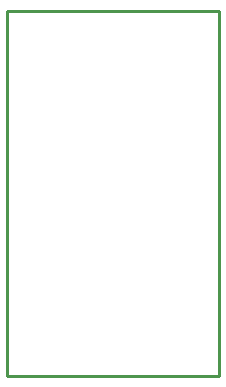
<source format=gko>
*
%LPD*%
%LNSTEVAL-MKI169V1.GKO*%
%FSLAX24Y24*%
%MOIN*%
%AD*%
%ADD14C,0.01*%
G54D14*
%SRX1Y1I0.0J0.0*%
G1X54010Y33242D2*
G1X61094Y33242D1*
G1X54010Y33242D2*
G1X54010Y45418D1*
G1X61095Y45418D1*
G1X61095Y33249D2*
G1X61095Y45418D1*
M2*

</source>
